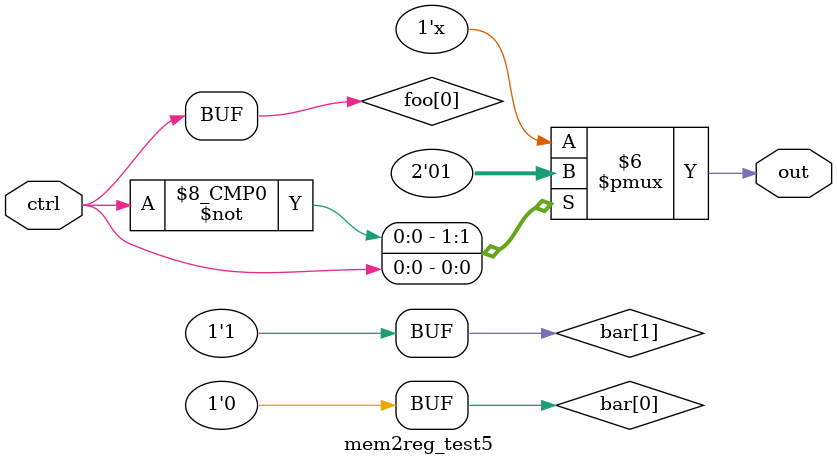
<source format=v>
module mem2reg_test5(input ctrl, output out);
	wire [0:0] foo[0:0];
	wire [0:0] bar[0:1];
	assign foo[0] = ctrl;
	assign bar[0] = 0, bar[1] = 1;
	assign out = bar[foo[0]];
endmodule
</source>
